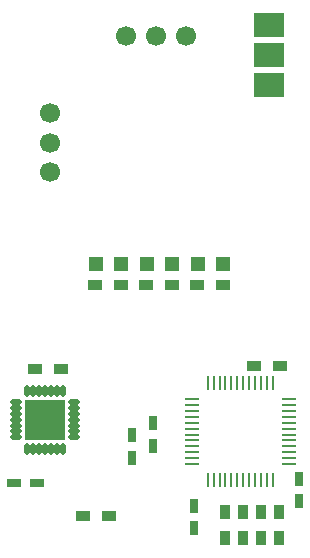
<source format=gbs>
G04 #@! TF.FileFunction,Soldermask,Bot*
%FSLAX46Y46*%
G04 Gerber Fmt 4.6, Leading zero omitted, Abs format (unit mm)*
G04 Created by KiCad (PCBNEW (2015-08-23 BZR 6117)-product) date tor 17 sep 2015 21:25:48*
%MOMM*%
G01*
G04 APERTURE LIST*
%ADD10C,0.100000*%
%ADD11O,0.442240X0.992240*%
%ADD12O,0.992240X0.442240*%
%ADD13R,1.817240X1.817240*%
%ADD14R,1.675000X1.675000*%
%ADD15R,1.200000X0.900000*%
%ADD16C,1.700000*%
%ADD17R,0.750000X1.200000*%
%ADD18R,1.200000X0.750000*%
%ADD19R,1.198880X1.198880*%
%ADD20R,0.900000X1.200000*%
%ADD21R,1.300480X0.254000*%
%ADD22R,0.254000X1.300480*%
%ADD23R,2.540000X2.032000*%
G04 APERTURE END LIST*
D10*
D11*
X221464000Y-82714000D03*
X220964000Y-82714000D03*
X220464000Y-82714000D03*
X219964000Y-82714000D03*
X219464000Y-82714000D03*
X218964000Y-82714000D03*
X218464000Y-82714000D03*
D12*
X217514000Y-81764000D03*
X217514000Y-81264000D03*
X217514000Y-80764000D03*
X217514000Y-80264000D03*
X217514000Y-79764000D03*
X217514000Y-79264000D03*
X217514000Y-78764000D03*
D11*
X218464000Y-77814000D03*
X218964000Y-77814000D03*
X219464000Y-77814000D03*
X219964000Y-77814000D03*
X220464000Y-77814000D03*
X220964000Y-77814000D03*
X221464000Y-77814000D03*
D12*
X222414000Y-78764000D03*
X222414000Y-79264000D03*
X222414000Y-79764000D03*
X222414000Y-80264000D03*
X222414000Y-80764000D03*
X222414000Y-81264000D03*
X222414000Y-81764000D03*
D13*
X219126500Y-79426500D03*
D14*
X220801500Y-79426500D03*
X219126500Y-81101500D03*
X220801500Y-81101500D03*
D15*
X237660000Y-75692000D03*
X239860000Y-75692000D03*
D16*
X229346760Y-47821640D03*
X231886760Y-47821640D03*
X226806760Y-47821640D03*
X220346760Y-54321640D03*
X220346760Y-56821640D03*
X220346760Y-59321640D03*
D17*
X229108000Y-82484000D03*
X229108000Y-80584000D03*
X241427000Y-85283000D03*
X241427000Y-87183000D03*
X232537000Y-89469000D03*
X232537000Y-87569000D03*
X227330000Y-81600000D03*
X227330000Y-83500000D03*
D18*
X217363000Y-85598000D03*
X219263000Y-85598000D03*
D19*
X232884980Y-67056000D03*
X234983020Y-67056000D03*
X228566980Y-67056000D03*
X230665020Y-67056000D03*
X224248980Y-67056000D03*
X226347020Y-67056000D03*
D15*
X232834000Y-68834000D03*
X235034000Y-68834000D03*
X221318000Y-75946000D03*
X219118000Y-75946000D03*
X228516000Y-68834000D03*
X230716000Y-68834000D03*
D20*
X239776000Y-90254000D03*
X239776000Y-88054000D03*
X238252000Y-90254000D03*
X238252000Y-88054000D03*
X236728000Y-90254000D03*
X236728000Y-88054000D03*
X235204000Y-90254000D03*
X235204000Y-88054000D03*
D15*
X224198000Y-68834000D03*
X226398000Y-68834000D03*
D21*
X232374440Y-82529680D03*
X232374440Y-82029300D03*
X232374440Y-81528920D03*
X232374440Y-81031080D03*
X232374440Y-80530700D03*
X232374440Y-84030820D03*
X232374440Y-83530440D03*
X232374440Y-83030060D03*
D22*
X233723180Y-77180440D03*
X234223560Y-77180440D03*
X234723940Y-77180440D03*
X235224320Y-77180440D03*
X235724700Y-77180440D03*
X236225080Y-77180440D03*
X236722920Y-77180440D03*
X237223300Y-77180440D03*
D21*
X240573560Y-78529180D03*
X240573560Y-79029560D03*
X240573560Y-79529940D03*
X240573560Y-80030320D03*
X240573560Y-80530700D03*
X240573560Y-81031080D03*
X240573560Y-81528920D03*
X240573560Y-82029300D03*
D22*
X239224820Y-85379560D03*
X238724440Y-85379560D03*
X238224060Y-85379560D03*
X237723680Y-85379560D03*
X237223300Y-85379560D03*
X236722920Y-85379560D03*
X236225080Y-85379560D03*
X235724700Y-85379560D03*
D21*
X232374440Y-80030320D03*
X232374440Y-79529940D03*
X232374440Y-79029560D03*
X232374440Y-78529180D03*
D22*
X237723680Y-77180440D03*
X238224060Y-77180440D03*
X238724440Y-77180440D03*
X239224820Y-77180440D03*
D21*
X240573560Y-82529680D03*
X240573560Y-83030060D03*
X240573560Y-83530440D03*
X240573560Y-84030820D03*
D22*
X235224320Y-85379560D03*
X234723940Y-85379560D03*
X234223560Y-85379560D03*
X233723180Y-85379560D03*
D15*
X223182000Y-88392000D03*
X225382000Y-88392000D03*
D23*
X238887000Y-46863000D03*
X238887000Y-49403000D03*
X238887000Y-51903000D03*
M02*

</source>
